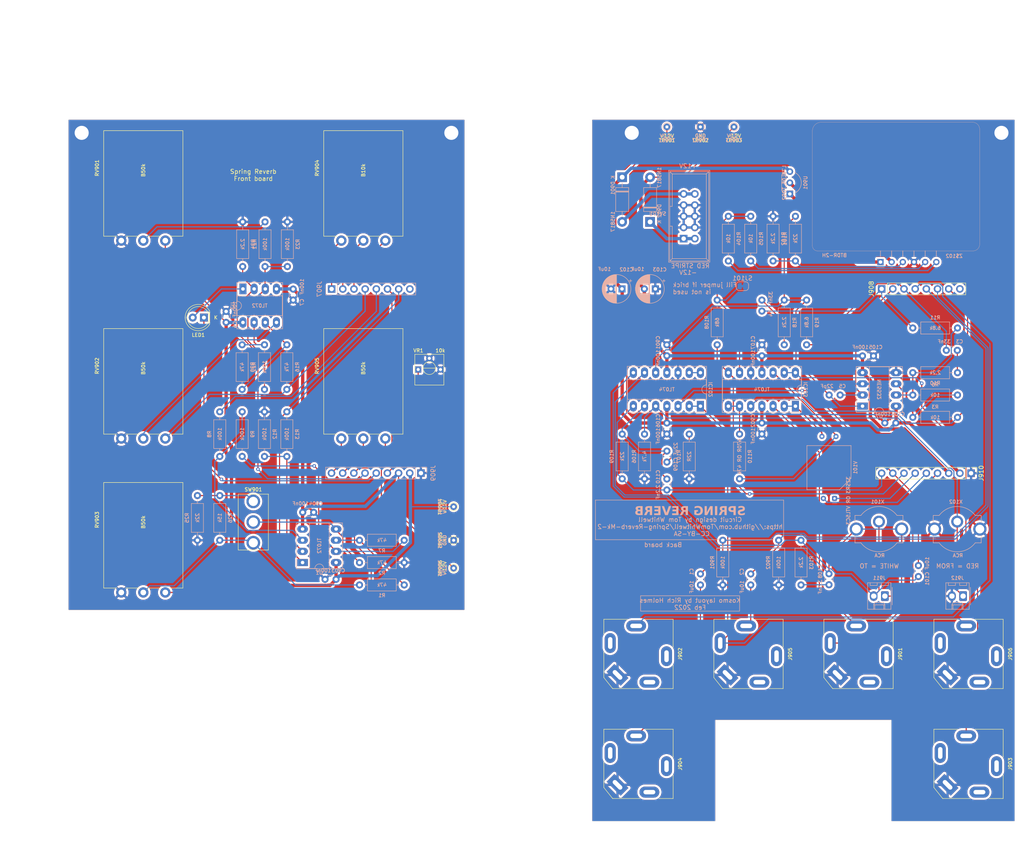
<source format=kicad_pcb>
(kicad_pcb (version 20221018) (generator pcbnew)
  (layers (0 "F.Cu" signal) (31 "B.Cu" signal) (34 "B.Paste" user) (35 "F.Paste" user) (36 "B.SilkS" user "B.Silkscreen") (37 "F.SilkS" user "F.Silkscreen") (38 "B.Mask" user) (39 "F.Mask" user) (44 "Edge.Cuts" user))
  (net 0 "")
  (net 1 "+12V")
  (net 2 "GND")
  (net 3 "-12V")
  (net 4 "/Back board/AUDIO_IN_1")
  (net 5 "/Back board/IN_1")
  (net 6 "/Back board/AUDIO_IN_2")
  (net 7 "/Back board/IN_2")
  (net 8 "Net-(C3-Pad1)")
  (net 9 "/Back board/EQ_POT_3_B")
  (net 10 "/Back board/EQ_POT_1_B")
  (net 11 "Net-(C4-Pad2)")
  (net 12 "/Back board/EQ_POT_2_B")
  (net 13 "/Back board/REVERB_SEND")
  (net 14 "/Back board/TO_TANK")
  (net 15 "/Back board/TRIM_B")
  (net 16 "+12V_B")
  (net 17 "GND_B")
  (net 18 "-12V_B")
  (net 19 "Net-(C108-Pad2)")
  (net 20 "Net-(C109-Pad1)")
  (net 21 "/+12V_INLET")
  (net 22 "/-12V_INLET")
  (net 23 "/Back board/WET")
  (net 24 "/Back board/REVERB_RETURN")
  (net 25 "/Back board/FROM_TANK")
  (net 26 "/Back board/TO_TANK_S_B")
  (net 27 "Net-(IC102B--)")
  (net 28 "/Back board/MIXPOT_WET_B")
  (net 29 "Net-(IC102D--)")
  (net 30 "/Back board/XFADE")
  (net 31 "/Back board/DRY_B")
  (net 32 "Net-(IC103A--)")
  (net 33 "Net-(IC103B--)")
  (net 34 "/Back board/MIX")
  (net 35 "/Back board/MIXPOT_DRY_B")
  (net 36 "/Front board/CV_IN")
  (net 37 "/Front board/AUDIO_IN_2")
  (net 38 "/Front board/AUDIO_IN_1")
  (net 39 "/Front board/DRY_F")
  (net 40 "/Front board/EQ_POT_3_F")
  (net 41 "/Front board/EQ_POT_2_F")
  (net 42 "/Front board/EQ_POT_1_F")
  (net 43 "Net-(IC103C--)")
  (net 44 "/Back board/CV_IN")
  (net 45 "/Front board/VAC_AN_F")
  (net 46 "/Front board/VAC_CA_F")
  (net 47 "/Front board/TRIM_F")
  (net 48 "/Back board/VAC_AN_B")
  (net 49 "/Back board/VAC_CA_B")
  (net 50 "Net-(IC103D-+)")
  (net 52 "/Front board/FB_LEVEL")
  (net 54 "/Front board/MIXPOT_DRY_F")
  (net 55 "Net-(R10-Pad1)")
  (net 56 "Net-(R7-Pad2)")
  (net 57 "/Front board/MIXPOT_MIX_F")
  (net 58 "/Front board/MIXPOT_WET_F")
  (net 59 "Net-(R20-Pad2)")
  (net 60 "Net-(U1B--)")
  (net 61 "/Front board/MIX")
  (net 62 "Net-(U1B-+)")
  (net 63 "Net-(U7B--)")
  (net 64 "Net-(U1A-+)")
  (net 65 "/Front board/CV_LEVEL")
  (net 66 "Net-(U1A--)")
  (net 67 "/Front board/FB_ON")
  (net 68 "/Back board/PWR_GND")
  (net 69 "Net-(U2B--)")
  (net 70 "Net-(U2A-+)")
  (net 71 "Net-(Z$102-INPUT)")
  (net 72 "Net-(Z$102-OUT1)")
  (net 73 "Net-(Z$102-OUT2)")
  (net 74 "Net-(LED1-A)")
  (net 75 "+5V")
  (footprint "AO_tht:Jack_6.35mm_PJ_629HAN_slots" (layer "F.Cu") (at 187.5 150 -90)
    (fp_text reference "J902")
    (fp_text value "AudioJack2")
  )
  (footprint "AO_tht:Jack_6.35mm_PJ_629HAN_slots" (layer "F.Cu") (at 212.5 150 -90)
    (fp_text reference "J905")
    (fp_text value "AudioJack2_SwitchT")
  )
  (footprint "AO_tht:MountingHole_3.2mm_M3" (layer "F.Cu") (at 145 31.5)
    (fp_text reference "H905" hide)
    (fp_text value "MountingHole")
  )
  (footprint "AO_tht:Potentiometer_Alpha_16mm_Single_Vertical" (layer "F.Cu") (at 75 40 90)
    (fp_text reference "RV901")
    (fp_text value "B50k")
  )
  (footprint "AO_tht:LED_D5.0mm" (layer "F.Cu") (at 88.775 73.5 180)
    (fp_text reference "LED1")
    (fp_text value "LED_green")
  )
  (footprint "AO_tht:Potentiometer_Bourns_3362P_Vertical_screw_centered" (layer "F.Cu") (at 140 85)
    (fp_text reference "VR1")
    (fp_text value "10k" hide)
  )
  (footprint "AO_tht:Potentiometer_Alpha_16mm_Single_Vertical" (layer "F.Cu") (at 125 85 90)
    (fp_text reference "RV905")
    (fp_text value "B50k")
  )
  (footprint "AO_tht:Jack_6.35mm_PJ_629HAN_slots" (layer "F.Cu") (at 237.5 150 -90)
    (fp_text reference "J901")
    (fp_text value "AudioJack2_SwitchT")
  )
  (footprint "AO_tht:Jack_6.35mm_PJ_629HAN_slots" (layer "F.Cu") (at 187.5 175 -90)
    (fp_text reference "J904")
    (fp_text value "AudioJack2")
  )
  (footprint "AO_tht:Potentiometer_Alpha_16mm_Single_Vertical" (layer "F.Cu") (at 75 120 90)
    (fp_text reference "RV903")
    (fp_text value "B50k")
  )
  (footprint "AO_tht:Jack_6.35mm_PJ_629HAN_slots" (layer "F.Cu") (at 262.5 175 -90)
    (fp_text reference "J903")
    (fp_text value "AudioJack2")
  )
  (footprint "Connector_PinHeader_2.54mm:PinHeader_1x08_P2.54mm_Vertical" (layer "F.Cu") (at 242.78 66.98 90)
    (fp_text reference "J908")
    (fp_text value "Conn_01x08_Pin")
  )
  (footprint "AO_tht:MountingHole_3.2mm_M3" (layer "F.Cu") (at 186 31.5)
    (fp_text reference "H901" hide)
    (fp_text value "MountingHole")
  )
  (footprint "AO_tht:Jack_6.35mm_PJ_629HAN_slots" (layer "F.Cu") (at 262.5 150 -90)
    (fp_text reference "J906")
    (fp_text value "AudioJack2")
  )
  (footprint "AO_tht:Potentiometer_Alpha_16mm_Single_Vertical" (layer "F.Cu") (at 125 40 90)
    (fp_text reference "RV904")
    (fp_text value "B10k")
  )
  (footprint "springreverb:springreverb_panel_holes" (layer "F.Cu") (at 100 100)
    (fp_text reference "GRAF902" hide)
    (fp_text value "Holes" hide)
  )
  (footprint "AO_tht:TestPoint_THTPad_D1.5mm_Drill0.7mm" (layer "F.Cu") (at 145.52 124.13 90)
    (fp_text reference "TP905")
    (fp_text value "GND")
  )
  (footprint "AO_tht:TestPoint_THTPad_D1.5mm_Drill0.7mm" (layer "F.Cu") (at 145.52 116.51 90)
    (fp_text reference "TP904")
    (fp_text value "+12V")
  )
  (footprint "AO_tht:SPDT-toggle-switch-1M-series" (layer "F.Cu") (at 100 120)
    (fp_text reference "SW901")
    (fp_text value "SW_SPDT_MSM")
  )
  (footprint "Connector_PinHeader_2.54mm:PinHeader_1x09_P2.54mm_Vertical" (layer "F.Cu") (at 263.1 108.89 -90)
    (fp_text reference "J910")
    (fp_text value "Conn_01x09_Pin")
  )
  (footprint "AO_tht:MountingHole_3.2mm_M3" (layer "F.Cu") (at 270 31.5)
    (fp_text reference "H902" hide)
    (fp_text value "MountingHole")
  )
  (footprint "AO_tht:Potentiometer_Alpha_16mm_Single_Vertical" (layer "F.Cu") (at 75 85 90)
    (fp_text reference "RV902")
    (fp_text value "B50k")
  )
  (footprint "AO_tht:TestPoint_THTPad_D1.5mm_Drill0.7mm" (layer "F.Cu") (at 145.52 130.48 90)
    (fp_text reference "TP906")
    (fp_text value "-12V")
  )
  (footprint "springreverb:springreverb_panel_holes" (layer "F.Cu") (at 225 100)
    (fp_text reference "GRAF901" hide)
    (fp_text value "Holes" hide)
  )
  (footprint "AO_tht:MountingHole_3.2mm_M3" (layer "F.Cu") (at 61 31.5)
    (fp_text reference "H903" hide)
    (fp_text value "MountingHole")
  )
  (footprint "AO_tht:R_Axial_DIN0207_L6.3mm_D2.5mm_P10.16mm_Horizontal" (layer "B.Cu") (at 205.41 69.52 -90)
    (fp_text reference "R108")
    (fp_text value "68k")
  )
  (footprint "AO_tht:C_Disc_D3.0mm_W1.6mm_P2.50mm" (layer "B.Cu") (at 118.804286 133.02 180)
    (fp_text reference "C903")
    (fp_text value "100nF")
  )
  (footprint "AO_tht:R_Axial_DIN0207_L6.3mm_D2.5mm_P10.16mm_Horizontal" (layer "B.Cu") (at 124.13 129.21)
    (fp_text reference "R2")
    (fp_text value "47k")
  )
  (footprint "AO_tht:C_Disc_D3.0mm_W1.6mm_P2.50mm" (layer "B.Cu") (at 193.98 106.35 90)
    (fp_text reference "C109")
    (fp_text value "22uF")
  )
  (footprint "AO_tht:TestPoint_THTPad_D1.5mm_Drill0.7mm" (layer "B.Cu") (at 209.22 30.15)
    (fp_text reference "TP903")
    (fp_text value "-12V")
  )
  (footprint "AO_tht:R_Axial_DIN0207_L6.3mm_D2.5mm_P10.16mm_Horizontal" (layer "B.Cu") (at 219.38 124.13 -90)
    (fp_text reference "R902")
    (fp_text value "100k")
  )
  (footprint "AO_tht:R_Axial_DIN0207_L6.3mm_D2.5mm_P10.16mm_Horizontal" (layer "B.Cu") (at 225.73 79.68 90)
    (fp_text reference "R19")
    (fp_text value "6.8k")
  )
  (footprint "AO_tht:C_Disc_D3.0mm_W1.6mm_P2.50mm" (layer "B.Cu") (at 215.565 79.69 -90)
    (fp_text reference "C107")
    (fp_text value "100nF")
  )
  (footprint "AO_tht:C_Disc_D3.0mm_W1.6mm_P2.50mm" (layer "B.Cu") (at 201.6 131.79 -90)
    (fp_text reference "C1")
    (fp_text value "10uF")
  )
  (footprint "AO_tht:C_Disc_D3.0mm_W1.6mm_P2.50mm" (layer "B.Cu") (at 240.93 82.22 180)
    (fp_text reference "C105")
    (fp_text value "100nF")
  )
  (footprint "AO_tht:C_Disc_D3.0mm_W1.6mm_P2.50mm" (layer "B.Cu") (at 193.975 79.69 -90)
    (fp_text reference "C901")
    (fp_text value "100nF")
  )
  (footprint "AO_tht:R_Axial_DIN0207_L6.3mm_D2.5mm_P10.16mm_Horizontal" (layer "B.Cu") (at 107.745 61.9 90)
    (fp_text reference "R23")
    (fp_text value "100k")
  )
  (footprint "AO_tht:C_Disc_D3.0mm_W1.6mm_P2.50mm" (layer "B.Cu") (at 259.98 80.95 180)
    (fp_text reference "C3")
    (fp_text value "33nF")
  )
  (footprint "AO_tht:R_Axial_DIN0207_L6.3mm_D2.5mm_P10.16mm_Horizontal" (layer "B.Cu") (at 220.65 79.68 90)
    (fp_text reference "R18")
    (fp_text value "2.2k")
  )
  (footprint "AO_tht:C_Disc_D3.0mm_W1.6mm_P2.50mm" (layer "B.Cu") (at 193.975 97.47 -90)
    (fp_text reference "C106")
    (fp_text value "100nF")
  )
  (footprint "AO_tht:R_Axial_DIN0207_L6.3mm_D2.5mm_P10.16mm_Horizontal" (layer "B.Cu") (at 210.49 110.16 90)
    (fp_text reference "R110")
    (fp_text value "470R OR 47k")
  )
  (footprint "AO_tht:R_Axial_DIN0207_L6.3mm_D2.5mm_P10.16mm_Horizontal" (layer "B.Cu") (at 97.585 61.9 90)
    (fp_text reference "R24")
    (fp_text value "2.2k")
  )
  (footprint "AO_tht:R_Axial_DIN0207_L6.3mm_D2.5mm_P10.16mm_Horizontal" (layer "B.Cu") (at 224.46 134.29 90)
    (fp_text reference "R103")
    (fp_text value "2.2k")
  )
  (footprint "AO_tht:DIP-14_W7.62mm_Socket_LongPads" (layer "B.Cu") (at 223.19 93.65 90)
    (fp_text reference "IC103")
    (fp_text value "TL074")
  )
  (footprint "AO_tht:R_Axial_DIN0207_L6.3mm_D2.5mm_P10.16mm_Horizontal" (layer "B.Cu") (at 92.38 124.13 90)
    (fp_text reference "R26")
    (fp_text value "15k")
  )
  (footprint "AO_tht:DIP-8_W7.62mm_Socket_LongPads" (layer "B.Cu") (at 238.44 93.64)
    (fp_text reference "U7")
    (fp_text value "NE5532")
  )
  (footprint "AO_tht:R_Axial_DIN0207_L6.3mm_D2.5mm_P10.16mm_Horizontal" (layer "B.Cu") (at 183.82 100 -90)
    (fp_text reference "R109")
    (fp_text value "22k")
  )
  (footprint "AO_tht:Power_Header" (layer "B.Cu") (at 197.79 55.55)
    (fp_text reference "SV101")
    (fp_text value "Synth_power_2x5")
  )
  (footprint "AO_tht:CP_Radial_D6.3mm_P2.50mm" (layer "B.Cu") (at 191.36 66.98 180)
    (fp_text reference "C103")
    (fp_text value "10uF")
  )
  (footprint "AO_tht:R_Axial_DIN0207_L6.3mm_D2.5mm_P10.16mm_Horizontal" (layer "B.Cu") (at 188.9 100 -90)
    (fp_text reference "R106")
    (fp_text value "4.7k")
  )
  (footprint "AO_tht:R_Axial_DIN0207_L6.3mm_D2.5mm_P10.16mm_Horizontal" (layer "B.Cu") (at 223.19 50.47 -90)
    (fp_text reference "R101")
    (fp_text value "22k")
  )
  (footprint "AO_tht:R_Axial_DIN0207_L6.3mm_D2.5mm_P10.16mm_Horizontal" (layer "B.Cu") (at 107.62 89.84 90)
    (fp_text reference "R16")
    (fp_text value "47k")
  )
  (footprint "springreverb:BTDR-2H" (layer "B.Cu") (at 242.51 60.87 180)
    (fp_text reference "Z$102")
    (fp_text value "BTDR-2H" hide)
  )
  (footprint "AO_tht:R_Axial_DIN0207_L6.3mm_D2.5mm_P10.16mm_Horizontal" (layer "B.Cu") (at 213.03 60.63 90)
    (fp_text reference "R105")
    (fp_text value "10k")
  )
  (footprint "AO_tht:R_Axial_DIN0207_L6.3mm_D2.5mm_P10.16mm_Horizontal" (layer "B.Cu") (at 102.54 79.68 -90)
    (fp_text reference "R22")
    (fp_text value "100k")
  )
  (footprint "AO_tht:R_Axial_DIN0207_L6.3mm_D2.5mm_P10.16mm_Horizontal" (layer "B.Cu") (at 260.02 75.87 180)
    (fp_text reference "R11")
    (fp_text value "6.8k")
  )
  (footprint "AO_tht:R_Axial_DIN0207_L6.3mm_D2.5mm_P10.16mm_Horizontal" (layer "B.Cu") (at 218.11 60.63 90)
    (fp_text reference "R102")
    (fp_text value "2.2k")
  )
  (footprint "AO_tht:TestPoint_THTPad_D1.5mm_Drill0.7mm" (layer "B.Cu") (at 201.6 30.15)
    (fp_text reference "TP902")
    (fp_text value "GND")
  )
  (footprint "Connector_PinSocket_2.54mm:PinSocket_1x09_P2.54mm_Vertical" (layer "B.Cu") (at 138.09 108.865 90)
    (fp_text reference "J909")
    (fp_text value "Conn_01x09_Socket")
  )
  (footprint "AO_tht:C_Disc_D3.0mm_W1.6mm_P2.50mm" (layer "B.Cu") (at 230.81 131.75 -90)
    (fp_text reference "C108")
    (fp_text value "3.3nF")
  )
  (footprint "AO_tht:C_Disc_D3.0mm_W1.6mm_P2.50mm" (layer "B.Cu") (at 93.825 74.6 90)
    (fp_text reference "C6")
    (fp_text value "100nF")
  )
  (footprint "AO_tht:C_Disc_D3.0mm_W1.6mm_P2.50mm" (layer "B.Cu") (at 215.57 72.02 90)
    (fp_text reference "C4")
    (fp_text value "33nF")
  )
  (footprint "AO_tht:C_Disc_D3.0mm_W1.6mm_P2.50mm" (layer "B.Cu") (at 233.35 91.11 180)
    (fp_text reference "C5")
    (fp_text value "22pF")
  )
  (footprint "springreverb:RCJ-022 red" (layer "B.Cu") (at 265.1 121.59 180)
    (fp_text reference "X102")
    (fp_text value "RCA")
  )
  (footprint "AO_tht:R_Axial_DIN0207_L6.3mm_D2.5mm_P10.16mm_Horizontal" (layer "B.Cu") (at 97.47 105.07 90)
    (fp_text reference "R9")
    (fp_text value "100k")
  )
  (footprint "AO_tht:Molex_KK-254_AE-6410-02A_1x02_P2.54mm_Vertical" (layer "B.Cu") (at 261.29 136.83 180)
    (fp_text reference "J912")
    (fp_text value "2_pin_Molex_header")
  )
  (footprint "AO_tht:R_Axial_DIN0207_L6.3mm_D2.5mm_P10.16mm_Horizontal" (layer "B.Cu") (at 92.38 94.92 -90)
    (fp_text reference "R8")
    (fp_text value "100k")
  )
  (footprint "AO_tht:DIP-8_W7.62mm_Socket_LongPads" (layer "B.Cu") (at 97.645 66.99 -90)
    (fp_text reference "U2")
    (fp_text value "TL072")
  )
  (footprint "AO_tht:R_Axial_DIN0207_L6.3mm_D2.5mm_P10.16mm_Horizontal" (layer "B.Cu") (at 102.54 105.08 90)
    (fp_text reference "R12")
    (fp_text value "100k")
  )
  (footprint "AO_tht:C_Disc_D3.0mm_W1.6mm_P2.50mm" (layer "B.Cu") (at 246.01 97.46 180)
    (fp_text reference "C104")
    (fp_text value "100nF")
  )
  (footprint "AO_tht:C_Disc_D3.0mm_W1.6mm_P2.50mm" (layer "B.Cu") (at 109.065 69.52 90)
    (fp_text reference "C7")
    (fp_text value "100nF")
  )
  (footprint "Jumper:SolderJumper-2_P1.3mm_Bridged_RoundedPad1.0x1.5mm" (layer "B.Cu") (at 211.14 66.36 180)
    (fp_text reference "SJ101")
    (fp_text value "SolderJumper")
  )
  (footprint "AO_tht:R_Axial_DIN0207_L6.3mm_D2.5mm_P10.16mm_Horizontal" (layer "B.Cu") (at 206.68 124.13 -90)
    (fp_text reference "R901")
    (fp_text value "100k")
  )
  (footprint "AO_tht:C_Disc_D3.0mm_W1.6mm_P2.50mm" (layer "B.Cu") (at 113.724286 117.78 180)
    (fp_text reference "C904")
    (fp_text value "100nF")
  )
  (footprint "AO_tht:TO-92_Inline_Wide" (layer "B.Cu") (at 221.92 45.39 90)
    (fp_text reference "U901")
    (fp_text value "L78L05_TO92")
  )
  (footprint "AO_tht:C_Disc_D3.0mm_W1.6mm_P2.50mm" (layer "B.Cu") (at 251.13 132.385 90)
    (fp_text reference "C101")
    (fp_text value "10uF")
  )
  (footprint "AO_tht:R_Axial_DIN0207_L6.3mm_D2.5mm_P10.16mm_Horizontal" (layer "B.Cu") (at 97.46 89.84 90)
    (fp_text reference "R20")
    (fp_text value "47k")
  )
  (footprint "AO_tht:R_Axial_DIN0207_L6.3mm_D2.5mm_P10.16mm_Horizontal" (layer "B.Cu") (at 249.86 86.03)
    (fp_text reference "R10")
    (fp_text value "2.2k")
  )
  (footprint "AO_tht:R_Axial_DIN0207_L6.3mm_D2.5mm_P10.16mm_Horizontal" (layer "B.Cu") (at 199.06 100 -90)
    (fp_text reference "R107")
    (fp_text value "22R")
  )
  (footprint "AO_tht:Vactrol_VTL5C" (layer "B.Cu") (at 230.81 115.12 90)
    (fp_text reference "V101")
    (fp_text value "32SR3 OR VTL5C3")
  )
  (footprint "AO_tht:DIP-14_W7.62mm_Socket_LongPads" (layer "B.Cu") (at 201.6 93.65 90)
    (fp_text reference "IC102")
    (fp_text value "TL074")
  )
  (footprint "Connector_PinSocket_2.54mm:PinSocket_1x08_P2.54mm_Vertical" (layer "B.Cu") (at 117.795 67.005 -90)
    (fp_text reference "J907")
    (fp_text value "Conn_01x08_Socket")
  )
  (footprint "AO_tht:R_Axial_DIN0207_L6.3mm_D2.5mm_P10.16mm_Horizontal" (layer "B.Cu") (at 124.13 124.13)
    (fp_text reference "R7")
    (fp_text value "47k")
  )
  (footprint "AO_tht:DIP-8_W7.62mm_Socket_LongPads" (layer "B.Cu") (at 111.194286 129.2)
    (fp_text reference "U1")
    (fp_text value "TL072")
  )
  (footprint "AO_tht:C_Disc_D3.0mm_W1.6mm_P2.50mm" (layer "B.Cu") (at 213.03 131.79 -90)
    (fp_text reference "C2")
    (fp_text value "10uF")
  )
  (footprint "AO_tht:R_Axial_DIN0207_L6.3mm_D2.5mm_P10.16mm_Horizontal" (layer "B.Cu") (at 260.02 91.11 180)
    (fp_text reference "R6")
    (fp_text value "10k")
  )
  (footprint "AO_tht:R_Axial_DIN0207_L6.3mm_D2.5mm_P10.16mm_Horizontal" (layer "B.Cu") (at 260.02 96.19 180)
    (fp_text reference "R3")
    (fp_text value "10k")
  )
  (footprint "AO_tht:R_Axial_DIN0207_L6.3mm_D2.5mm_P10.16mm_Horizontal" (layer "B.Cu") (at 124.13 134.29)
    (fp_text reference "R1")
    (fp_text value "47k")
  )
  (footprint "AO_tht:R_Axial_DIN0207_L6.3mm_D2.5mm_P10.16mm_Horizontal" (layer "B.Cu") (at 207.95 60.63 90)
    (fp_text reference "R104")
    (fp_text value "10k")
  )
  (footprint "AO_tht:CP_Radial_D6.3mm_P2.50mm" (layer "B.Cu") (at 183.78 66.98 180)
    (fp_text reference "C102")
    (fp_text value "10uF")
  )
  (footprint "AO_tht:D_DO-41_SOD81_P10.16mm_Horizontal" (layer "B.Cu") (at 190.165 51.75 90)
    (fp_text reference "D902")
    (fp_text value "1N5817")
  )
  (footprint "AO_tht:R_Axial_DIN0207_L6.3mm_D2.5mm_P10.16mm_Horizontal" (layer "B.Cu") (at 107.62 105.08 90)
    (fp_text reference "R13")
    (fp_text value "100k")
  )
  (footprint "AO_tht:R_Axial_DIN0207_L6.3mm_D2.5mm_P10.16mm_Horizontal" (layer "B.Cu") (at 102.665 51.74 -90)
    (fp_text reference "R21")
    (fp_text value "100k")
  )
  (footprint "AO_tht:C_Disc_D3.0mm_W1.6mm_P2.50mm" (layer "B.Cu") (at 193.98 110.2 -90)
    (fp_text reference "C110")
    (fp_text value "2.2nF")
  )
  (footprint "AO_tht:C_Disc_D3.0mm_W1.6mm_P2.50mm" (layer "B.Cu") (at 215.565 97.47 -90)
    (fp_text reference "C902")
    (fp_text value "100nF")
  )
  (footprint "AO_tht:Molex_KK-254_AE-6410-02A_1x02_P2.54mm_Vertical" (layer "B.Cu") (at 243.51 136.83 180)
    (fp_text reference "J911")
    (fp_text value "2_pin_Molex_header" hide)
  )
  (footprint "AO_tht:TestPoint_THTPad_D1.5mm_Drill0.7mm" (layer "B.Cu") (at 193.98 30.15)
    (fp_text reference "TP901")
    (fp_text value "+12V")
  )
  (footprint "AO_tht:D_DO-41_SOD81_P10.16mm_Horizontal" (layer "B.Cu") (at 183.82 41.58 -90)
    (fp_text reference "D901")
    (fp_text value "1N5817")
  )
  (footprint "AO_tht:R_Axial_DIN0207_L6.3mm_D2.5mm_P10.16mm_Horizontal" (layer "B.Cu") (at 87.3 113.97 -90)
    (fp_text reference "R25")
    (fp_text value "22k")
  )
  (footprint "springreverb:RCJ-023 white" (layer "B.Cu") (at 247.32 121.59 180)
    (fp_text reference "X101")
    (fp_text value "RCA")
  )
  (gr_line (start 177.75 115) (end 177.75 124) (stroke (width 0.12)) (layer "B.SilkS"))
  (gr_rect (start 188 136.75) (end 210.5 140.25) (stroke (width 0.12)) (fill none) (layer "B.SilkS"))
  (gr_line (start 220.5 115) (end 220.5 124) (stroke (width 0.12)) (layer "B.SilkS"))
  (gr_line (start 177.75 124) (end 205.75 124) (stroke (width 0.12)) (layer "B.SilkS"))
  (gr_line (start 207.75 124) (end 218.25 124) (stroke (width 0.12)) (layer "B.SilkS"))
  (gr_line (start 220.5 115) (end 177.75 115) (stroke (width 0.12)) (layer "B.SilkS"))
  (gr_poly (pts (xy 273 28.5) (xy 177 28.5) (xy 177 188) (xy 205 188) (xy 205 165) (xy 245 165) (xy 245 188) (xy 273 188)) (stroke (width 0.05)) (fill none) (layer "Edge.Cuts"))
  (gr_rect (start 58 28.5) (end 148 140) (stroke (width 0.05)) (fill none) (layer "Edge.Cuts"))
  (gr_text "RED = FROM" (at 260.03 130) (layer "B.SilkS") (effects (font (size 1 1)) (justify mirror)))
  (gr_text "Fill jumper if brick\nis not used" (at 195.25 68.25) (layer "B.SilkS") (effects (font (size 1 1)) (justify right bottom mirror)))
  (gr_text "WHITE = TO" (at 242.25 130) (layer "B.SilkS") (effects (font (size 1 1)) (justify mirror)))
  (gr_text "SPRING REVERB" (at 199.25 118.75) (layer "B.SilkS") (effects (font (size 2 2) (thickness 0.5) bold) (justify bottom mirror)))
  (gr_text "Circuit design by Tom Whitwell\nhttps://github.com/TomWhitwell/Spring-Reverb-Mk-2\nCC-BY-SA \n" (at 199.25 123.25) (layer "B.SilkS") (effects (font (size 1 1)) (justify bottom mirror)))
  (gr_text "Back board" (at 197.5 125.75) (layer "B.SilkS") (effects (font (size 1 1)) (justify left bottom mirror)))
  (gr_text "Kosmo layout by Rich Holmes\nFeb 2022" (at 199.25 140) (layer "B.SilkS") (effects (font (size 1 1)) (justify bottom mirror)))
  (gr_text "Spring Reverb\nFront board" (at 100 42.5) (layer "F.SilkS") (effects (font (size 1 1)) (justify bottom)))
  (segment (start 80 56) (end 80 60.775) (width 0.25) (layer "F.Cu") (net 1))
  (segment (start 118.804286 133.02) (end 118.804286 129.21) (width 0.75) (layer "F.Cu") (net 1))
  (segment (start 80 60.775) (end 93.825 74.6) (width 0.25) (layer "F.Cu") (net 1))
  (segment (start 95.047 132.258) (end 97.184 134.395) (width 0.75) (layer "F.Cu") (net 1))
  (segment (start 97.184 134.395) (end 117.429286 134.395) (width 0.75) (layer "F.Cu") (net 1))
  (segment (start 93.825 101.476) (end 95.047 102.698) (width 0.75) (layer "F.Cu") (net 1))
  (segment (start 95.047 102.698) (end 95.047 132.258) (width 0.75) (layer "F.Cu") (net 1))
  (segment (start 117.429286 134.395) (end 118.804286 133.02) (width 0.75) (layer "F.Cu") (net 1))
  (segment (start 93.825 74.6) (end 93.825 101.476) (width 0.75) (layer "F.Cu") (net 1))
  (segment (start 118.804286 129.21) (end 118.814286 129.2) (width 0.75) (layer "F.Cu") (net 1))
  (segment (start 135.687 124.677544) (end 135.687 116.51) (width 0.75) (layer "B.Cu") (net 1))
  (segment (start 119.604285 132.220001) (end 128.144543 132.220001) (width 0.75) (layer "B.Cu") (net 1))
  (segment (start 93.835 74.61) (end 93.825 74.6) (width 0.75) (layer "B.Cu") (net 1))
  (segment (start 135.687 109.002) (end 135.55 108.865) (width 0.75) (layer "B.Cu") (net 1))
  (segment (start 145.52 116.51) (end 135.687 116.51) (width 0.25) (layer "B.Cu") (net 1))
  (segment (start 128.144543 132.220001) (end 135.687 124.677544) (width 0.75) (layer "B.Cu") (net 1))
  (segment (start 135.687 116.51) (end 135.687 109.002) (width 0.75) (layer "B.Cu") (net 1))
  (segment (start 97.645 74.61) (end 93.835 74.61) (width 0.75) (layer "B.Cu") (net 1))
  (segment (start 118.804286 133.02) (end 119.604285 132.220001) (width 0.75) (layer "B.Cu") (net 1))
  (segment (start 133.01 117.97) (end 133.01 108.865) (width 0.25) (layer "F.Cu") (net 3))
  (segment (start 145.52 130.48) (end 133.01 117.97) (width 0.25) (layer "F.Cu") (net 3))
  (segment (start 111.224286 69.179286) (end 111.224286 117.78) (width 0.75) (layer "F.Cu") (net 3))
  (segment (start 111.194286 121.58) (end 111.194286 117.81) (width 0.75) (layer "F.Cu") (net 3))
  (segment (start 111.194286 117.81) (end 111.224286 117.78) (width 0.75) (layer "F.Cu") (net 3))
  (segment (start 109.065 67.02) (end 111.224286 69.179286) (width 0.75) (layer "F.Cu") (net 3))
  (segment (start 133.01 108.865) (end 125.47 116.405) (width 0.75) (layer "B.Cu") (net 3))
  (segment (start 112.599286 116.405) (end 111.224286 117.78) (width 0.75) (layer "B.Cu") (net 3))
  (segment (start 105.265 66.99) (end 109.035 66.99) (width 0.75) (layer "B.Cu") (net 3))
  (segment (start 109.035 66.99) (end 109.065 67.02) (width 0.75) (layer "B.Cu") (net 3))
  (segment (start 125.47 116.405) (end 112.599286 116.405) (width 0.75) (layer "B.Cu") (net 3))
  (segment (start 206.68 126.71) (end 201.6 131.79) (width 0.25) (layer "F.Cu") (net 4))
  (segment (start 206.68 124.13) (end 206.68 126.71) (width 0.25) (layer "F.Cu") (net 4))
  (segment (start 225.112387 122.555) (end 218.923 122.555) (width 0.25) (layer "B.Cu") (net 4))
  (segment (start 217.348 124.13) (end 206.68 124.13) (width 0.25) (layer "B.Cu") (net 4))
  (segment (start 252.94 66.98) (end 266.497 80.537) (width 0.25) (layer "B.Cu") (net 4))
  (segment (start 266.497 116.126173) (end 259.208672 123.414501) (width 0.25) (layer "B.Cu") (net 4))
  (segment (start 259.208672 123.414501) (end 225.971888 123.414501) (width 0.25) (layer "B.Cu") (net 4))
  (segment (start 218.923 122.555) (end 217.348 124.13) (width 0.25) (layer "B.Cu") (net 4))
  (segment (start 225.971888 123.414501) (end 225.112387 122.555) (width 0.25) (layer "B.Cu") (net 4))
  (segment (start 266.497 80.537) (end 266.497 116.126173) (width 0.25) (layer "B.Cu") (net 4))
  (segment (start 201.6 134.29) (end 201.6 154) (width 0.25) (layer "F.Cu") (net 5))
  (segment (start 201.6 154) (end 187 168.6) (width 0.25) (layer "F.Cu") (net 5))
  (segment (start 219.38 125.44) (end 213.03 131.79) (width 0.25) (layer "F.Cu") (net 6))
  (segment (start 219.38 124.13) (end 219.38 125.44) (width 0.25) (layer "F.Cu") (net 6))
  (segment (start 219.38 124.13) (end 220.505 123.005) (width 0.25) (layer "B.Cu") (net 6))
  (segment (start 255.48 68.88431) (end 255.48 66.98) (width 0.25) (layer "B.Cu") (net 6))
  (segment (start 266.946501 116.442189) (end 266.946501 80.350811) (width 0.25) (layer "B.Cu") (net 6))
  (segment (start 259.524189 123.864501) (end 266.946501 116.442189) (width 0.25) (layer "B.Cu") (net 6))
  (segment (start 266.946501 80.350811) (end 255.48 68.88431) (width 0.25) (layer "B.Cu") (net 6))
  (segment (start 225.785492 123.864501) (end 259.524189 123.864501) (width 0.25) (layer "B.Cu") (net 6))
  (segment (start 224.925991 123.005) (end 225.785492 123.864501) (width 0.25) (layer "B.Cu") (net 6))
  (segment (start 220.505 123.005) (end 224.925991 123.005) (width 0.25) (layer "B.Cu") (net 6))
  (segment (start 213.03 134.29) (end 213.03 142.57) (width 0.25) (layer "F.Cu") (net 7))
  (segment (start 213.03 142.57) (end 212 143.6) (width 0.25) (layer "F.Cu") (net 7))
  (segment (start 259.98 85.99) (end 260.02 86.03) (width 0.25) (layer "F.Cu") (net 8))
  (segment (start 259.98 80.95) (end 259.98 85.99) (width 0.25) (layer "F.Cu") (net 8))
  (segment (start 247.86 66.98) (end 246.685 65.805) (width 0.25) (layer "F.Cu") (net 9))
  (segment (start 241.764 65.805) (end 227.889 79.68) (width 0.25) (layer "F.Cu") (net 9))
  (segment (start 227.889 79.68) (end 225.73 79.68) (width 0.25) (layer "F.Cu") (net 9))
  (segment (start 246.685 65.805) (end 241.764 65.805) (width 0.25) (layer "F.Cu") (net 9))
  (segment (start 257.48 80.95) (end 257.48 76.6) (width 0.25) (layer "B.Cu") (net 9))
  (segment (start 257.48 76.6) (end 247.86 66.98) (width 0.25) (layer "B.Cu") (net 9))
  (segment (start 237.74 72.02) (end 242.78 66.98) (width 0.25) (layer "B.Cu") (net 10))
  (segment (start 242.78 66.98) (end 242.78 68.79) (width 0.25) (layer "B.Cu") (net 10))
  (segment (start 215.57 72.02) (end 237.74 72.02) (width 0.25) (layer "B.Cu") (net 10))
  (segment (start 242.78 68.79) (end 249.86 75.87) (width 0.25) (layer "B.Cu") (net 10))
  (segment (start 220.65 74.6) (end 220.65 79.68) (width 0.25) (layer "F.Cu") (net 11))
  (segment (start 215.57 69.52) (end 220.65 74.6) (width 0.25) (layer "F.Cu") (net 11))
  (segment (start 236.915 89.575) (end 238.44 91.1) (width 0.25) (layer "F.Cu") (net 12))
  (segment (start 236.915 75.385) (end 236.915 89.575) (width 0.25) (layer "F.Cu") (net 12))
  (segment (start 245.32 66.98) (end 236.915 75.385) (width 0.25) (layer "F.Cu") (net 12))
  (segment (start 238.44 91.1) (end 233.36 91.1) (width 0.25) (layer "B.Cu") (net 12))
  (segment (start 233.36 91.1) (end 233.35 91.11) (width 0.25) (layer "B.Cu") (net 12))
  (segment (start 220.65 53.01) (end 220.65 69.52) (width 0.25) (layer "F.Cu") (net 13))
  (segment (start 223.317 83.577) (end 230.85 91.11) (width 0.25) (layer "F.Cu") (net 13))
  (segment (start 225.73 69.52) (end 223.317 71.933) (width 0.25) (layer "F.Cu") (net 13))
  (segment (start 223.317 71.933) (end 223.317 83.577) (width 0.25) (layer "F.Cu") (net 13))
  (segment (start 223.19 50.47) (end 220.65 53.01) (width 0.25) (layer "F.Cu") (net 13))
  (segment (start 220.65 69.52) (end 219.275 70.895) (width 0.25) (layer "B.Cu") (net 13))
  (segment (start 194.440991 80.815) (end 193.759009 80.815) (width 0.25) (layer "B.Cu") (net 13))
  (segment (start 204.360991 70.895) (end 194.440991 80.815) (width 0.25) (layer "B.Cu") (net 13))
  (segment (start 193.759009 80.815) (end 191.44 83.134009) (width 0.25) (layer "B.Cu") (net 13))
  (segment (start 225.73 69.52) (end 220.65 69.52) (width 0.25) (layer "B.Cu") (net 13))
  (segment (start 219.275 70.895) (end 204.360991 70.895) (width 0.25) (layer "B.Cu") (net 13))
  (segment (start 230.85 91.11) (end 233.38 93.64) (width 0.25) (layer "B.Cu") (net 13))
  (segment (start 233.38 93.64) (end 238.44 93.64) (width 0.25) (layer "B.Cu") (net 13))
  (segment (start 191.44 83.134009) (end 191.44 86.03) (width 0.25) (layer "B.Cu") (net 13))
  (segment (start 242.17 119.89) (end 242.17 135.63) (width 0.25) (layer "F.Cu") (net 14))
  (segment (start 242.17 135.63) (end 240.97 136.83) (width 0.25) (layer "F.Cu") (net 14))
  (segment (start 224.46 124.257) (end 230.828 130.625) (width 0.25) (layer "B.Cu") (net 14))
  (segment (start 230.828 130.625) (end 231.275991 130.625) (width 0.25) (layer "B.Cu") (net 14))
  (segment (start 205.773 125.255) (end 194.361 113.843) (width 0.25) (layer "B.Cu") (net 14))
  (segment (start 182.245499 92.684501) (end 188.9 86.03) (width 0.25) (layer "B.Cu") (net 14))
  (segment (start 224.46 124.13) (end 220.970991 124.13) (width 0.25) (layer "B.Cu") (net 14))
  (segment (start 232.420991 131.77) (end 235.91 131.77) (width 0.25) (layer "B.Cu") (net 14))
  (segment (start 244.605 133.195) (end 250.32 133.195) (width 0.25) (layer "B.Cu") (net 14))
  (segment (start 231.275991 130.625) (end 232.420991 131.77) (width 0.25) (layer "B.Cu") (net 14))
  (segment (start 240.97 136.83) (end 244.605 133.195) (width 0.25) (layer "B.Cu") (net 14))
  (segment (start 220.970991 124.13) (end 219.845991 125.255) (width 0.25) (layer "B.Cu") (net 14))
  (segment (start 250.32 133.195) (end 251.13 132.385) (width 0.25) (layer "B.Cu") (net 14))
  (segment (start 182.245499 111.633499) (end 182.245499 92.684501) (width 0.25) (layer "B.Cu") (net 14))
  (segment (start 224.46 124.13) (end 224.46 124.257) (width 0.25) (layer "B.Cu") (net 14))
  (segment (start 194.361 113.843) (end 184.455 113.843) (width 0.25) (layer "B.Cu") (net 14))
  (segment (start 235.91 131.77) (end 240.97 136.83) (width 0.25) (layer "B.Cu") (net 14))
  (segment (start 184.455 113.843) (end 182.245499 111.633499) (width 0.25) (layer "B.Cu") (net 14))
  (segment (start 219.845991 125.255) (end 205.773 125.255) (width 0.25) (layer "B.Cu") (net 14))
  (segment (start 251.13 113.24) (end 255.48 108.89) (width 0.25) (layer "F.Cu") (net 15))
  (segment (start 251.13 129.885) (end 251.13 113.24) (width 0.25) (layer "F.Cu") (net 15))
  (segment (start 193.975 97.47) (end 193.975 93.655) (width 0.75) (layer "F.Cu") (net 16))
  (segment (start 215.565 97.47) (end 215.565 93.655) (width 0.75) (layer "F.Cu") (net 16))
  (segment (start 183.82 95.301) (end 185.989 97.47) (width 0.75) (layer "F.Cu") (net 16))
  (segment (start 183.82 41.58) (end 182.145 43.255) (width 0.75) (layer "F.Cu") (net 16))
  (segment (start 182.145 65.345) (end 183.82 67.02) (width 0.75) (layer "F.Cu") (net 16))
  (segment (start 185.989 97.47) (end 193.975 97.47) (width 0.75) (layer "F.Cu") (net 16))
  (segment (start 182.145 43.255) (end 182.145 65.345) (width 0.75) (layer "F.Cu") (net 16))
  (segment (start 183.82 67.02) (end 183.82 95.301) (width 0.75) (layer "F.Cu") (net 16))
  (segment (start 246.06 97.41) (end 246.01 97.46) (width 0.75) (layer "F.Cu") (net 16))
  (segment (start 246.06 93.64) (end 246.06 97.41) (width 0.75) (layer "F.Cu") (net 16))
  (segment (start 260.56 108.89) (end 249.13 97.46) (width 0.75) (layer "F.Cu") (net 16))
  (segment (start 193.98 31.42) (end 183.82 41.58) (width 0.25) (layer "F.Cu") (net 16))
  (segment (start 249.13 97.46) (end 246.01 97.46) (width 0.75) (layer "F.Cu") (net 16))
  (segment (start 193.98 30.15) (end 193.98 31.42) (width 0.25) (layer "F.Cu") (net 16))
  (segment (start 244.438 99.032) (end 246.01 97.46) (width 0.75) (layer "B.Cu") (net 16))
  (segment (start 185.84 39.56) (end 183.82 41.58) (width 0.75) (layer "B.Cu") (net 16))
  (segment (start 240.345 97.47) (end 241.907 99.032) (width 0.75) (layer "B.Cu") (net 16))
  (segment (start 215.565 97.47) (end 240.345 97.47) (width 0.75) (layer "B.Cu") (net 16))
  (segment (start 215.565 97.47) (end 193.975 97.47) (width 0.75) (layer "B.Cu") (net 16))
  (segment (start 221.92 40.31) (end 221.17 39.56) (width 0.75) (layer "B.Cu") (net 16))
  (segment (start 241.907 99.032) (end 244.438 99.032) (width 0.75) (layer "B.Cu") (net 16))
  (segment (start 221.17 39.56) (end 185.84 39.56) (width 0.75) (layer "B.Cu") (net 16))
  (segment (start 190.165 41.59) (end 188.060001 43.694999) (width 0.75) (layer "F.Cu") (net 18))
  (segment (start 215.565 82.19) (end 215.565 86.025) (width 0.75) (layer "F.Cu") (net 18))
  (segment (start 197.78 41.59) (end 190.165 41.59) (width 0.25) (layer "F.Cu") (net 18))
  (segment (start 240.215 96.109544) (end 240.215 87.795) (width 0.75) (layer "F.Cu") (net 18))
  (segment (start 188.060001 43.694999) (end 188.060001 66.180001) (width 0.75) (layer "F.Cu") (net 18))
  (segment (start 258.02 108.89) (end 247.965 98.835) (width 0.75) (layer "F.Cu") (net 18))
  (segment (start 238.43 86.01) (end 238.44 86.02) (width 0.75) (layer "F.Cu") (net 18))
  (segment (start 247.965 98.835) (end 242.940456 98.835) (width 0.75) (layer "F.Cu") (net 18))
  (segment (start 193.975 82.19) (end 193.975 86.025) (width 0.75) (layer "F.Cu") (net 18))
  (segment (start 188.86 77.075) (end 193.975 82.19) (width 0.75) (layer "F.Cu") (net 18))
  (segment (start 209.22 30.15) (end 197.78 41.59) (width 0.25) (layer "F.Cu") (net 18))
  (segment (start 240.215 87.795) (end 238.44 86.02) (width 0.75) (layer "F.Cu") (net 18))
  (segment (start 188.060001 66.180001) (end 188.86 66.98) (width 0.75) (layer "F.Cu") (net 18))
  (segment (start 238.43 82.22) (end 238.43 86.01) (width 0.75) (layer "F.Cu") (net 18))
  (segment (start 188.86 66.98) (end 188.86 77.075) (width 0.75) (layer "F.Cu") (net 18))
  (segment (start 242.940456 98.835) (end 240.215 96.109544) (width 0.75) (layer "F.Cu") (net 18))
  (segment (start 238.4 82.19) (end 238.43 82.22) (width 0.75) (layer "B.Cu") (net 18))
  (segment (start 215.565 82.19) (end 238.4 82.19) (width 0.75) (layer "B.Cu") (net 18))
  (segment (start 215.565 82.19) (end 193.975 82.19) (width 0.75) (layer "B.Cu") (net 18))
  (segment (start 230.81 134.25) (end 224.5 134.25) (width 0.25) (layer "B.Cu") (net 19))
  (segment (start 224.5 134.25) (end 224.46 134.29) (width 0.25) (layer "B.Cu") (net 19))
  (segment (start 193.98 106.35) (end 199.06 101.27) (width 0.25) (layer "F.Cu") (net 20))
  (segment (start 199.06 101.27) (end 199.06 100) (width 0.25) (layer "F.Cu") (net 20))
  (segment (start 190.17 45.39) (end 183.82 51.74) (width 0.75) (layer "B.Cu") (net 21))
  (segment (start 197.79 45.39) (end 190.17 45.39) (width 0.75) (layer "B.Cu") (net 21))
  (segment (start 197.79 45.39) (end 200.33 45.39) (width 0.75) (layer "B.Cu") (net 21))
  (segment (start 193.965 55.55) (end 190.165 51.75) (width 0.75) (layer "B.Cu") (net 22))
  (segment (start 197.79 55.55) (end 193.965 55.55) (width 0.75) (layer "B.Cu") (net 22))
  (segment (start 197.79 55.55) (end 200.33 55.55) (width 0.75) (layer "B.Cu") (net 22))
  (segment (start 201.6 93.65) (end 207.805 99.855) (width 0.25) (layer "F.Cu") (net 23))
  (segment (start 207.805 145.795) (end 206.1 147.5) (width 0.25) (layer "F.Cu") (net 23))
  (segment (start 207.805 99.855) (end 207.805 145.795) (width 0.25) (layer "F.Cu") (net 23))
  (segment (start 201.6 93.65) (end 199.06 93.65) (width 0.25) (layer "B.Cu") (net 23))
  (segment (start 217.106 142.025) (end 211.631 147.5) (width 0.25) (layer "B.Cu") (net 23))
  (segment (start 262 143.6) (end 260.425 142.025) (width 0.25) (layer "B.Cu") (net 23))
  (segment (start 260.425 142.025) (end 217.106 142.025) (width 0.25) (layer "B.Cu") (net 23))
  (segment (start 211.631 147.5) (end 206.1 147.5) (width 0.25) (layer "B.Cu") (net 23))
  (segment (start 249.86 113.43) (end 249.86 137.211) (width 0.25) (layer "F.Cu") (net 24))
  (segment (start 226.524 90.094) (end 224.714 90.094) (width 0.25) (layer "F.Cu") (net 24))
  (segment (start 245.32 108.89) (end 249.86 113.43) (width 0.25) (layer "F.Cu") (net 24))
  (segment (start 239.571 147.5) (end 231.1 147.5) (width 0.25) (layer "F.Cu") (net 24))
  (segment (start 249.86 137.211) (end 239.571 147.5) (width 0.25) (layer "F.Cu") (net 24))
  (segment (start 245.32 108.89) (end 226.524 90.094) (width 0.25) (layer "F.Cu") (net 24))
  (via (at 224.714 90.094) (size 0.8) (drill 0.4) (layers "F.Cu" "B.Cu") (net 24))
  (segment (start 200.076 90.094) (end 224.714 90.094) (width 0.25) (layer "B.Cu") (net 24))
  (segment (start 196.52 93.65) (end 200.076 90.094) (width 0.25) (layer "B.Cu") (net 24))
  (segment (start 259.95 119.89) (end 259.95 135.49) (width 0.25) (layer "F.Cu") (net 25))
  (segment (start 259.95 135.49) (end 261.29 136.83) (width 0.25) (layer "F.Cu") (net 25))
  (segment (start 188.9 100) (end 188.9 96.19) (width 0.25) (layer "B.Cu") (net 25))
  (segment (start 257.855991 107.715) (end 246.475991 96.335) (width 0.25) (layer "B.Cu") (net 25))
  (segment (start 258.506701 107.715) (end 257.855991 107.715) (width 0.25) (layer "B.Cu") (net 25))
  (segment (start 259.95 110.344) (end 259.195 109.589) (width 0.25) (layer "B.Cu") (net 25))
  (segment (start 259.195 109.589) (end 259.195 108.403299) (width 0.25) (layer "B.Cu") (net 25))
  (segment (start 259.195 108.403299) (end 258.506701 107.715) (width 0.25) (layer "B.Cu") (net 25))
  (segment (start 259.95 119.89) (end 259.95 110.344) (width 0.25) (layer "B.Cu") (net 25))
  (segment (start 194.125 96.335) (end 191.44 93.65) (width 0.25) (layer "B.Cu") (net 25))
  (segment (start 246.475991 96.335) (end 194.125 96.335) (width 0.25) (layer "B.Cu") (net 25))
  (segment (start 188.9 96.19) (end 191.44 93.65) (width 0.25) (layer "B.Cu") (net 25))
  (segment (start 246.05 136.83) (end 243.51 136.83) (width 0.25) (layer "F.Cu") (net 26))
  (segment (start 247.32 135.56) (end 246.05 136.83) (width 0.25) (layer "F.Cu") (net 26))
  (segment (start 230.81 131.75) (end 230.81 127.8) (width 0.25) (layer "F.Cu") (net 26))
  (segment (start 247.32 121.59) (end 247.32 135.56) (width 0.25) (layer "F.Cu") (net 26))
  (segment (start 230.81 127.8) (end 237.02 121.59) (width 0.25) (layer "F.Cu") (net 26))
  (segment (start 205.537 125.908) (end 193.921501 114.292501) (width 0.25) (layer "B.Cu") (net 26))
  (segment (start 181.795998 90.594002) (end 186.36 86.03) (width 0.25) (layer "B.Cu") (net 26))
  (segment (start 184.268811 114.292501) (end 181.795998 111.819688) (width 0.25) (layer "B.Cu") (net 26))
  (segment (start 181.795998 111.819688) (end 181.795998 90.594002) (width 0.25) (layer "B.Cu") (net 26))
  (segment (start 193.921501 114.292501) (end 184.268811 114.292501) (width 0.25) (layer "B.Cu") (net 26))
  (segment (start 230.81 131.75) (end 224.968 125.908) (width 0.25) (layer "B.Cu") (net 26))
  (segment (start 247.32 121.59) (end 237.02 121.59) (width 0.25) (layer "B.Cu") (net 26))
  (segment (start 224.968 125.908) (end 205.537 125.908) (width 0.25) (layer "B.Cu") (net 26))
  (segment (start 192.855 104.975) (end 193.98 103.85) (width 0.25) (layer "F.Cu") (net 27))
  (segment (start 192.855 109.075) (end 192.855 104.975) (width 0.25) (layer "F.Cu") (net 27))
  (segment (start 193.98 110.2) (end 192.855 109.075) (width 0.25) (layer "F.Cu") (net 27))
  (segment (start 183.82 98.73) (end 188.9 93.65) (width 0.25) (layer "B.Cu") (net 27))
  (segment (start 183.82 100) (end 183.82 98.73) (width 0.25) (layer "B.Cu") (net 27))
  (segment (start 193.98 103.85) (end 187.67 103.85) (width 0.25) (layer "B.Cu") (net 27))
  (segment (start 187.67 103.85) (end 183.82 100) (width 0.25) (layer "B.Cu") (net 27))
  (segment (start 183.82 110.16) (end 182.695 109.035) (width 0.25) (layer "B.Cu") (net 28))
  (segment (start 186.36 112.7) (end 183.82 110.16) (width 0.25) (layer "B.Cu") (net 28))
  (segment (start 182.695 97.315) (end 186.36 93.65) (width 0.25) (layer "B.Cu") (net 28))
  (segment (start 242.78 108.89) (end 242.78 111.779) (width 0.25) (layer "B.Cu") (net 28))
  (segment (start 242.78 111.779) (end 241.859 112.7) (width 0.25) (layer "B.Cu") (net 28))
  (segment (start 182.695 109.035) (end 182.695 97.315) (width 0.25) (layer "B.Cu") (net 28))
  (segment (start 241.859 112.7) (end 193.98 112.7) (width 0.25) (layer "B.Cu") (net 28))
  (segment (start 193.98 112.7) (end 186.36 112.7) (width 0.25) (layer "B.Cu") (net 28))
  (segment (start 201.6 86.03) (end 199.06 86.03) (width 0.25) (layer "B.Cu") (net 29))
  (segment (start 228.64 135.24) (end 228.64 104.18) (width 0.25) (layer "F.Cu") (net 30))
  (segment (start 228.64 104.18) (end 218.11 93.65) (width 0.25) (layer "F.Cu") (net 30))
  (segment (start 237 143.6) (end 228.64 135.24) (width 0.25) (layer "F.Cu") (net 30))
  (segment (start 262.306 93.904) (end 260.02 96.19) (width 0.25) (layer "F.Cu") (net 31))
  (segment (start 262.306 71.266) (end 262.306 93.904) (width 0.25) (layer "F.Cu") (net 31))
  (segment (start 258.02 66.98) (end 262.306 71.266) (width 0.25) (layer "F.Cu") (net 31))
  (segment (start 260.02 96.19) (end 258.691501 97.518499) (width 0.25) (layer "B.Cu") (net 31))
  (segment (start 246.81118 95.867499) (end 245.708681 94.765) (width 0.25) (layer "B.Cu") (net 31))
  (segment (start 258.691501 97.518499) (end 248.522189 97.518499) (width 0.25) (layer "B.Cu") (net 31))
  (segment (start 224.84 92.125) (end 214.555 92.125) (width 0.25) (layer "B.Cu") (net 31))
  (segment (start 245.708681 94.765) (end 227.48 94.765) (width 0.25) (layer "B.Cu") (net 31))
  (segment (start 214.555 92.125) (end 213.03 93.65) (width 0.25) (layer "B.Cu") (net 31))
  (segment (start 248.522189 97.518499) (end 246.871189 95.867499) (width 0.25) (layer "B.Cu") (net 31))
  (segment (start 227.48 94.765) (end 224.84 92.125) (width 0.25) (layer "B.Cu") (net 31))
  (segment (start 246.871189 95.867499) (end 246.81118 95.867499) (width 0.25) (layer "B.Cu") (net 31))
  (segment (start 229.21 99.67) (end 223.19 93.65) (width 0.25) (layer "F.Cu") (net 32))
  (segment (start 229.21 100.52) (end 229.21 99.67) (width 0.25) (layer "F.Cu") (net 32))
  (segment (start 223.19 93.65) (end 220.65 93.65) (width 0.25) (layer "B.Cu") (net 32))
  (segment (start 210.49 93.65) (end 210.49 100) (width 0.25) (layer "F.Cu") (net 33))
  (segment (start 210.49 93.65) (end 207.95 93.65) (width 0.25) (layer "B.Cu") (net 33))
  (segment (start 261.925 103.81) (end 251.892 93.777) (width 0.25) (layer "F.Cu") (net 34))
  (segment (start 262 168.6) (end 262 154.408) (width 0.25) (layer "F.Cu") (net 34))
  (segment (start 264.575 133.66594) (end 261.925 131.01594) (width 0.25) (layer "F.Cu") (net 34))
  (segment (start 264.575 151.833) (end 264.575 133.66594) (width 0.25) (layer "F.Cu") (net 34))
  (segment (start 262 154.408) (end 264.575 151.833) (width 0.25) (layer "F.Cu") (net 34))
  (segment (start 251.892 93.777) (end 251.892 88.443) (width 0.25) (layer "F.Cu") (net 34))
  (segment (start 261.925 131.01594) (end 261.925 103.81) (width 0.25) (layer "F.Cu") (net 34))
  (via (at 251.892 88.443) (size 0.8) (drill 0.4) (layers "F.Cu" "B.Cu") (net 34))
  (segment (start 250.622 87.173) (end 251.892 88.443) (width 0.25) (layer "B.Cu") (net 34))
  (segment (start 223.19 86.03) (end 224.333 87.173) (width 0.25) (layer "B.Cu") (net 34))
  (segment (start 223.19 86.03) (end 220.65 86.03) (width 0.25) (layer "B.Cu") (net 34))
  (segment (start 224.333 87.173) (end 250.622 87.173) (width 0.25) (layer "B.Cu") (net 34))
  (segment (start 209.075 87.155) (end 209.075 110.65) (width 0.25) (layer "F.Cu") (net 35))
  (segment (start 209.075 110.65) (end 212.009701 113.584701) (width 0.25) (layer "F.Cu") (net 35))
  (segment (start 212.009701 113.584701) (end 212.780299 113.584701) (width 0.25) (layer "F.Cu") (net 35))
  (segment (start 205.41 83.49) (end 207.95 86.03) (width 0.25) (layer "F.Cu") (net 35))
  (segment (start 207.95 86.03) (end 209.075 87.155) (width 0.25) (layer "F.Cu") (net 35))
  (segment (start 205.41 79.68) (end 205.41 83.49) (width 0.25) (layer "F.Cu") (net 35))
  (via (at 212.780299 113.584701) (size 0.8) (drill 0.4) (layers "F.Cu" "B.Cu") (net 35))
  (segment (start 247.86 108.89) (end 243.165299 113.584701) (width 0.25) (layer "B.Cu") (net 35))
  (segment (start 243.165299 113.584701) (end 212.780299 113.584701) (width 0.25) (layer "B.Cu") (net 35))
  (segment (start 80 101) (end 90.035 90.965) (width 0.25) (layer "B.Cu") (net 36))
  (segment (start 106.495 90.965) (end 107.62 89.84) (width 0.25) (layer "B.Cu") (net 36))
  (segment (start 125.415 72.045) (end 125.415 67.005) (width 0.25) (layer "B.Cu") (net 36))
  (segment (start 90.035 90.965) (end 106.495 90.965) (width 0.25) (layer "B.Cu") (net 36))
  (segment (start 107.62 89.84) (end 125.415 72.045) (width 0.25) (layer "B.Cu") (net 36))
  (segment (start 126.797 128.702) (end 126.797 133.782) (width 0.25) (layer "F.Cu") (net 37))
  (segment (start 131.495 68.005) (end 131.495 103.81169) (width 0.25) (layer "F.Cu") (net 37))
  (segment (start 123.005 122.715) (end 123.005 124.91) (width 0.25) (layer "F.Cu") (net 37))
  (segment (start 124.579 136) (end 80 136) (width 0.25) (layer "F.Cu") (net 37))
  (segment (start 129.105 116.615) (end 123.005 122.715) (width 0.25) (layer "F.Cu") (net 37))
  (segment (start 131.495 103.81169) (end 129.105 106.20169) (width 0.25) (layer "F.Cu") (net 37))
  (segment (start 129.105 106.20169) (end 129.105 116.615) (width 0.25) (layer "F.Cu") (net 37))
  (segment (start 130.495 67.005) (end 131.495 68.005) (width 0.25) (layer "F.Cu") (net 37))
  (segment (start 123.005 124.91) (end 126.797 128.702) (width 0.25) (layer "F.Cu") (net 37))
  (segment (start 126.797 133.782) (end 124.579 136) (width 0.25) (layer "F.Cu") (net 37))
  (segment (start 127.955 72.085) (end 127.955 67.005) (width 0.25) (layer "B.Cu") (net 38))
  (segment (start 92.38 94.92) (end 95.885499 91.414501) (width 0.25) (layer "B.Cu") (net 38))
  (segment (start 108.625499 91.414501) (end 127.955 72.085) (width 0.25) (layer "B.Cu") (net 38))
  (segment (start 95.885499 91.414501) (end 108.625499 91.414501) (width 0.25) (layer "B.Cu") (net 38))
  (segment (start 107.62 94.92) (end 105.969 96.571) (width 0.25) (layer "F.Cu") (net 39))
  (segment (start 105.969 123.974714) (end 111.194286 129.2) (width 0.25) (layer "F.Cu") (net 39))
  (segment (start 105.969 96.571) (end 105.969 123.974714) (width 0.25) (layer "F.Cu") (net 39))
  (segment (start 133.035 67.005) (end 133.035 69.505) (width 0.25) (layer "B.Cu") (net 39))
  (segment (start 133.035 69.505) (end 107.62 94.92) (width 0.25) (layer "B.Cu") (net 39))
  (segment (start 122.875 63.125) (end 130 56) (width 0.25) (layer "F.Cu") (net 40))
  (segment (start 122.875 67.005) (end 122.875 63.125) (width 0.25) (layer "F.Cu") (net 40))
  (segment (start 120.335 60.665) (end 125 56) (width 0.25) (layer "F.Cu") (net 41))
  (segment (start 120.335 67.005) (end 120.335 60.665) (width 0.25) (layer "F.Cu") (net 41))
  (segment (start 117.795 58.205) (end 120 56) (width 0.25) (layer "F.Cu") (net 42))
  (segment (start 117.795 67.005) (end 117.795 58.205) (width 0.25) (layer "F.Cu") (net 42))
  (segment (start 210.49 81.077) (end 210.49 86.03) (width 0.25) (layer "F.Cu") (net 43))
  (segment (start 207.95 50.47) (end 205.41 53.01) (width 0.25) (layer "F.Cu") (net 43))
  (segment (start 210.49 74.6) (end 210.49 81.077) (width 0.25) (layer "F.Cu") (net 43))
  (segment (start 205.41 69.52) (end 210.49 74.6) (width 0.25) (layer "F.Cu") (net 43))
  (segment (start 205.41 53.01) (end 205.41 69.52) (width 0.25) (layer "F.Cu") (net 43))
  (segment (start 210.49 66.36) (end 207.33 69.52) (width 0.25) (layer "B.Cu") (net 43))
  (segment (start 207.33 69.52) (end 205.41 69.52) (width 0.25) (layer "B.Cu") (net 43))
  (segment (start 207.95 50.47) (end 213.03 50.47) (width 0.25) (layer "B.Cu") (net 43))
  (segment (start 255.966701 65.805) (end 251.575 65.805) (width 0.25) (layer "B.Cu") (net 44))
  (segment (start 267.396002 80.164622) (end 267.386 80.15462) (width 0.25) (layer "B.Cu") (net 44))
  (segment (start 256.655 68.721391) (end 256.655 66.493299) (width 0.25) (layer "B.Cu") (net 44))
  (segment (start 259.084501 141.575499) (end 267.396002 133.263998) (width 0.25) (layer "B.Cu") (net 44))
  (segment (start 187 143.6) (end 189.024501 141.575499) (width 0.25) (layer "B.Cu") (net 44))
  (segment (start 256.655 66.493299) (end 255.966701 65.805) (width 0.25) (layer "B.Cu") (net 44))
  (segment (start 267.386 80.15462) (end 267.386 79.452391) (width 0.25) (layer "B.Cu") (net 44))
  (segment (start 267.396002 133.263998) (end 267.396002 80.164622) (width 0.25) (layer "B.Cu") (net 44))
  (segment (start 189.024501 141.575499) (end 259.084501 141.575499) (width 0.25) (layer "B.Cu") (net 44))
  (segment (start 267.386 79.452391) (end 256.655 68.721391) (width 0.25) (layer "B.Cu") (net 44))
  (segment (start 251.575 65.805) (end 250.4 66.98) (width 0.25) (layer "B.Cu") (net 44))
  (segment (start 88.775 106.301) (end 92.761 110.287) (width 0.25) (layer "F.Cu") (net 45))
  (segment (start 88.775 73.5) (end 88.775 106.301) (width 0.25) (layer "F.Cu") (net 45))
  (via (at 92.761 110.287) (size 0.8) (drill 0.4) (layers "F.Cu" "B.Cu") (net 45))
  (segment (start 93.083501 110.609501) (end 92.761 110.287) (width 0.25) (layer "B.Cu") (net 45))
  (segment (start 127.93 108.865) (end 126.185499 110.609501) (width 0.25) (layer "B.Cu") (net 45))
  (segment (start 126.185499 110.609501) (end 93.083501 110.609501) (width 0.25) (layer "B.Cu") (net 45))
  (segment (start 100.185 66.99) (end 96.335 70.84) (width 0.25) (layer "F.Cu") (net 46))
  (segment (start 97.585 61.9) (end 97.585 64.39) (width 0.25) (layer "F.Cu") (net 46))
  (segment (start 96.335 76.964009) (end 101.054732 81.683741) (width 0.25) (layer "F.Cu") (net 46))
  (segment (start 97.585 64.39) (end 100.185 66.99) (width 0.25) (layer "F.Cu") (net 46))
  (segment (start 101.054732 81.683741) (end 101.054732 107.9635) (width 0.25) (layer "F.Cu") (net 46))
  (segment (start 96.335 70.84) (end 96.335 76.964009) (width 0.25) (layer "F.Cu") (net 46))
  (via (at 101.054732 107.9635) (size 0.8) (drill 0.4) (layers "F.Cu" "B.Cu") (net 46))
  (segment (start 124.095 110.16) (end 103.251232 110.16) (width 0.25) (layer "B.Cu") (net 46))
  (segment (start 125.39 108.865) (end 124.095 110.16) (width 0.25) (layer "B.Cu") (net 46))
  (segment (start 103.251232 110.16) (end 101.054732 107.9635) (width 0.25) (layer "B.Cu") (net 46))
  (segment (start 137.46 101.875) (end 130.47 108.865) (width 0.25) (layer "F.Cu") (net 47))
  (segment (start 137.46 85.31) (end 137.46 101.875) (width 0.25) (layer "F.Cu") (net 47))
  (segment (start 230.44 115.52) (end 229.54 114.62) (width 0.25) (layer "B.Cu") (net 48))
  (segment (start 252.94 108.89) (end 246.31 115.52) (width 0.25) (layer "B.Cu") (net 48))
  (segment (start 246.31 115.52) (end 230.44 115.52) (width 0.25) (layer "B.Cu") (net 48))
  (segment (start 250.4 108.89) (end 244.67 114.62) (width 0.25) (layer "B.Cu") (net 49))
  (segment (start 244.67 114.62) (end 232.08 114.62) (width 0.25) (layer "B.Cu") (net 49))
  (segment (start 232.41 100.533) (end 232.41 100.22) (width 0.25) (layer "F.Cu") (net 50))
  (segment (start 232.41 100.22) (end 218.22 86.03) (width 0.25) (layer "F.Cu") (net 50))
  (segment (start 218.22 86.03) (end 218.11 86.03) (width 0.25) (layer "F.Cu") (net 50))
  (segment (start 222.783 110.16) (end 210.49 110.16) (width 0.25) (layer "B.Cu") (net 50))
  (segment (start 232.41 100.533) (end 222.783 110.16) (width 0.25) (layer "B.Cu") (net 50))
  (segment (start 92.38 124.13) (end 99.43 124.13) (width 0.25) (layer "B.Cu") (net 52))
  (segment (start 99.43 124.13) (end 100 124.7) (width 0.25) (layer "B.Cu") (net 52))
  (segment (start 109.59 134.29) (end 124.13 134.29) (width 0.25) (layer "B.Cu") (net 52))
  (segment (start 76.495 134.505) (end 82.005 134.505) (width 0.25) (layer "B.Cu") (net 52))
  (segment (start 82.005 134.505) (end 92.38 124.13) (width 0.25) (layer "B.Cu") (net 52))
  (segment (start 100 124.7) (end 109.59 134.29) (width 0.25) (layer "B.Cu") (net 52))
  (segment (start 75 136) (end 76.495 134.505) (width 0.25) (layer "B.Cu") (net 52))
  (segment (start 126.981 107.69) (end 124.025 107.69) (width 0.25) (layer "F.Cu") (net 54))
  (segment (start 124.025 107.69) (end 122.85 108.865) (width 0.25) (layer "F.Cu") (net 54))
  (segment (start 130 101) (end 130 104.671) (width 0.25) (layer "F.Cu") (net 54))
  (segment (start 130 104.671) (end 126.981 107.69) (width 0.25) (layer "F.Cu") (net 54))
  (segment (start 249.86 86.03) (end 249.86 91.11) (width 0.25) (layer "F.Cu") (net 55))
  (segment (start 258.605 77.285) (end 258.605 82.365) (width 0.25) (layer "B.Cu") (net 55))
  (segment (start 258.605 82.365) (end 254.94 86.03) (width 0.25) (layer "B.Cu") (net 55))
  (segment (start 246.07 91.11) (end 246.06 91.1) (width 0.25) (layer "B.Cu") (net 55))
  (segment (start 254.94 86.03) (end 249.86 86.03) (width 0.25) (layer "B.Cu") (net 55))
  (segment (start 260.02 75.87) (end 258.605 77.285) (width 0.25) (layer "B.Cu") (net 55))
  (segment (start 249.86 91.11) (end 246.07 91.11) (width 0.25) (layer "B.Cu") (net 55))
  (segment (start 114.849286 122.695) (end 114.849286 108.245286) (width 0.25) (layer "F.Cu") (net 56))
  (segment (start 114.849286 108.245286) (end 113.843 107.239) (width 0.25) (layer "F.Cu") (net 56))
  (segment (start 118.814286 126.66) (end 114.849286 122.695) (width 0.25) (layer "F.Cu") (net 56))
  (via (at 113.843 107.239) (size 0.8) (drill 0.4) (layers "F.Cu" "B.Cu") (net 56))
  (segment (start 113.843 107.239) (end 99.639 107.239) (width 0.25) (layer "B.Cu") (net 56))
  (segment (start 99.639 107.239) (end 97.47 105.07) (width 0.25) (layer "B.Cu") (net 56))
  (segment (start 118.814286 126.66) (end 131.76 126.66) (width 0.25) (layer "B.Cu") (net 56))
  (segment (start 131.76 126.66) (end 134.29 124.13) (width 0.25) (layer "B.Cu") (net 56))
  (segment (start 125 104.175) (end 120.31 108.865) (width 0.25) (layer "F.Cu") (net 57))
  (segment (start 125 101) (end 125 104.175) (width 0.25) (layer "F.Cu") (net 57))
  (segment (start 120 101) (end 120 106.635) (width 0.25) (layer "F.Cu") (net 58))
  (segment (start 120 106.635) (end 117.77 108.865) (width 0.25) (layer "F.Cu") (net 58))
  (segment (start 100.185 79.103) (end 100.185 74.61) (width 0.25) (layer "F.Cu") (net 59))
  (segment (start 102.54 79.68) (end 100.762 79.68) (width 0.25) (layer "F.Cu") (net 59))
  (segment (start 100.762 79.68) (end 100.185 79.103) (width 0.25) (layer "F.Cu") (net 59))
  (segment (start 97.46 79.68) (end 102.54 79.68) (width 0.25) (layer "B.Cu") (net 59))
  (segment (start 124.13 124.13) (end 134.29 134.29) (width 0.25) (layer "F.Cu") (net 60))
  (segment (start 118.814286 124.12) (end 124.12 124.12) (width 0.25) (layer "B.Cu") (net 60))
  (segment (start 124.12 124.12) (end 124.13 124.13) (width 0.25) (layer "B.Cu") (net 60))
  (segment (start 78.135 52.865) (end 101.54 52.865) (width 0.25) (layer "B.Cu") (net 61))
  (segment (start 75 56) (end 78.135 52.865) (width 0.25) (layer "B.Cu") (net 61))
  (segment (start 101.54 52.865) (end 102.665 51.74) (width 0.25) (layer "B.Cu") (net 61))
  (segment (start 118.814286 121.862286) (end 120.339286 123.387286) (width 0.25) (layer "F.Cu") (net 62))
  (segment (start 120.32 124.605276) (end 120.32 125.4) (width 0.25) (layer "F.Cu") (net 62))
  (segment (start 120.339286 124.58599) (end 120.32 124.605276) (width 0.25) (layer "F.Cu") (net 62))
  (segment (start 120.32 125.4) (end 124.13 129.21) (width 0.25) (layer "F.Cu") (net 62))
  (segment (start 118.814286 121.58) (end 118.814286 121.862286) (width 0.25) (layer "F.Cu") (net 62))
  (segment (start 120.339286 123.387286) (end 120.339286 124.58599) (width 0.25) (layer "F.Cu") (net 62))
  (segment (start 100 120) (end 117.234286 120) (width 0.25) (layer "B.Cu") (net 62))
  (segment (start 117.234286 120) (end 118.814286 121.58) (width 0.25) (layer "B.Cu") (net 62))
  (segment (start 247.585 92.78363) (end 247.585 90.085) (width 0.25) (layer "F.Cu") (net 63))
  (segment (start 247.585 90.085) (end 246.06 88.56) (width 0.25) (layer "F.Cu") (net 63))
  (segment (start 249.86 96.19) (end 249.86 95.05863) (width 0.25) (layer "F.Cu") (net 63))
  (segment (start 249.86 95.05863) (end 247.585 92.78363) (width 0.25) (layer "F.Cu") (net 63))
  (segment (start 260.02 91.11) (end 254.94 91.11) (width 0.25) (layer "B.Cu") (net 63))
  (segment (start 254.94 91.11) (end 249.86 96.19) (width 0.25) (layer "B.Cu") (net 63))
  (segment (start 108.949286 121.875) (end 98.634 121.875) (width 0.25) (layer "B.Cu") (net 64))
  (segment (start 97.47 99.99) (end 97.47 94.91) (width 0.25) (layer "B.Cu") (net 64))
  (segment (start 91.255 106.205) (end 92.38 105.08) (width 0.25) (layer "B.Cu") (net 64))
  (segment (start 111.194286 124.12) (end 108.949286 121.875) (width 0.25) (layer "B.Cu") (net 64))
  (segment (start 91.255 114.496) (end 91.255 106.205) (width 0.25) (layer "B.Cu") (net 64))
  (segment (start 98.634 121.875) (end 91.255 114.496) (width 0.25) (layer "B.Cu") (net 64))
  (segment (start 92.38 105.08) (end 97.47 99.99) (width 0.25) (layer "B.Cu") (net 64))
  (segment (start 101.32 78.555) (end 96.299 78.555) (width 0.25) (layer "B.Cu") (net 65))
  (segment (start 105.265 74.61) (end 101.32 78.555) (width 0.25) (layer "B.Cu") (net 65))
  (segment (start 75 99.854) (end 75 101) (width 0.25) (layer "B.Cu") (net 65))
  (segment (start 96.299 78.555) (end 75 99.854) (width 0.25) (layer "B.Cu") (net 65))
  (segment (start 107.62 105.08) (end 107.62 123.085714) (width 0.25) (layer "F.Cu") (net 66))
  (segment (start 107.62 123.085714) (end 111.194286 126.66) (width 0.25) (layer "F.Cu") (net 66))
  (segment (start 102.54 105.08) (end 107.62 105.08) (width 0.25) (layer "B.Cu") (net 66))
  (segment (start 87.3 113.97) (end 92.38 113.97) (width 0.25) (layer "F.Cu") (net 67))
  (segment (start 92.38 113.97) (end 98.67 113.97) (width 0.25) (layer "B.Cu") (net 67))
  (segment (start 98.67 113.97) (end 100 115.3) (width 0.25) (layer "B.Cu") (net 67))
  (segment (start 238.43 59.36) (end 221.92 42.85) (width 0.75) (layer "F.Cu") (net 68))
  (segment (start 243.54 59.36) (end 238.43 59.36) (width 0.75) (layer "F.Cu") (net 68))
  (segment (start 245.05 60.87) (end 243.54 59.36) (width 0.75) (layer "F.Cu") (net 68))
  (segment (start 107.62 79.68) (end 102.725 74.785) (width 0.25) (layer "F.Cu") (net 69))
  (segment (start 102.725 74.785) (end 102.725 74.61) (width 0.25) (layer "F.Cu") (net 69))
  (segment (start 97.46 89.84) (end 107.62 79.68) (width 0.25) (layer "B.Cu") (net 69))
  (segment (start 102.665 61.9) (end 102.665 66.93) (width 0.25) (layer "F.Cu") (net 70))
  (segment (start 102.54 89.84) (end 102.54 82.533319) (width 0.25) (layer "F.Cu") (net 70))
  (segment (start 102.54 82.533319) (end 98.77 78.763319) (width 0.25) (layer "F.Cu") (net 70))
  (segment (start 102.665 66.93) (end 102.725 66.99) (width 0.25) (layer "F.Cu") (net 70))
  (segment (start 98.77 70.945) (end 102.725 66.99) (width 0.25) (layer "F.Cu") (net 70))
  (segment (start 98.77 78.763319) (end 98.77 70.945) (width 0.25) (layer "F.Cu") (net 70))
  (segment (start 107.745 61.9) (end 102.665 61.9) (width 0.25) (layer "B.Cu") (net 70))
  (segment (start 224.4662 61.9062) (end 223.19 60.63) (width 0.25) (layer "B.Cu") (net 71))
  (segment (start 246.5538 61.9062) (end 224.4662 61.9062) (width 0.25) (layer "B.Cu") (net 71))
  (segment (start 247.59 60.87) (end 246.5538 61.9062) (width 0.25) (layer "B.Cu") (net 71))
  (segment (start 223.19 60.63) (end 218.11 60.63) (width 0.25) (layer "B.Cu") (net 71))
  (segment (start 253.274798 62.805202) (end 210.125202 62.805202) (width 0.25) (layer "B.Cu") (net 72))
  (segment (start 210.125202 62.805202) (end 207.95 60.63) (width 0.25) (layer "B.Cu") (net 72))
  (segment (start 255.21 60.87) (end 253.274798 62.805202) (width 0.25) (layer "B.Cu") (net 72))
  (segment (start 252.67 60.87) (end 251.184299 62.355701) (width 0.25) (layer "B.Cu") (net 73))
  (segment (start 251.184299 62.355701) (end 214.755701 62.355701) (width 0.25) (layer "B.Cu") (net 73))
  (segment (start 214.755701 62.355701) (end 213.03 60.63) (width 0.25) (layer "B.Cu") (net 73))
  (segment (start 92.745 66.99) (end 97.645 66.99) (width 0.25) (layer "B.Cu") (net 74))
  (segment (start 86.235 73.5) (end 92.745 66.99) (width 0.25) (layer "B.Cu") (net 74))
  (segment (start 237.4 60.87) (end 221.92 45.39) (width 0.75) (layer "F.Cu") (net 75))
  (segment (start 242.51 60.87) (end 237.4 60.87) (width 0.75) (layer "F.Cu") (net 75))
  (zone (net 17) (net_name "GND_B") (layers "F&B.Cu") (connect_pads (clearance 0.508)) (min_thickness 0.254) (fill yes (thermal_gap 0.508) (thermal_bridge_width 0.508))
    (polygon (pts (xy 273 188) (xy 245 188) (xy 245 165) (xy 205 165) (xy 205 188) (xy 177 188) (xy 177 28.5) (xy 273 28.5)))
  )
  (zone (net 2) (net_name "GND") (layers "F&B.Cu") (connect_pads (clearance 0.508)) (min_thickness 0.254) (fill yes (thermal_gap 0.508) (thermal_bridge_width 0.508))
    (polygon (pts (xy 148 140) (xy 58 140) (xy 58 28.5) (xy 148 28.5)))
  )
)
</source>
